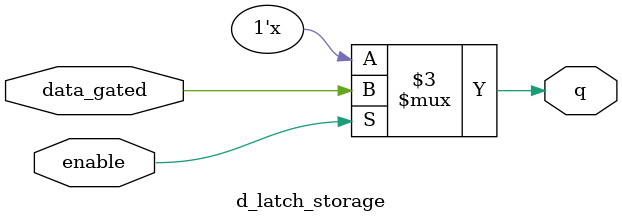
<source format=sv>
module d_latch (
    input  wire enable,
    input  wire d,
    output wire q
);
    // 实例化控制逻辑和状态保持子模块
    wire data_gated;
    
    d_latch_control control_unit (
        .enable(enable),
        .d(d),
        .data_gated(data_gated)
    );
    
    d_latch_storage storage_unit (
        .data_gated(data_gated),
        .enable(enable),
        .q(q)
    );
    
endmodule

module d_latch_control (
    input  wire enable,
    input  wire d,
    output wire data_gated
);
    // 控制逻辑 - 处理使能和数据输入
    assign data_gated = d & enable;
endmodule

module d_latch_storage (
    input  wire data_gated,
    input  wire enable,
    output reg  q
);
    // 状态存储逻辑 - 维持锁存器状态
    always @(*) begin
        if (enable) q = data_gated;
    end
endmodule
</source>
